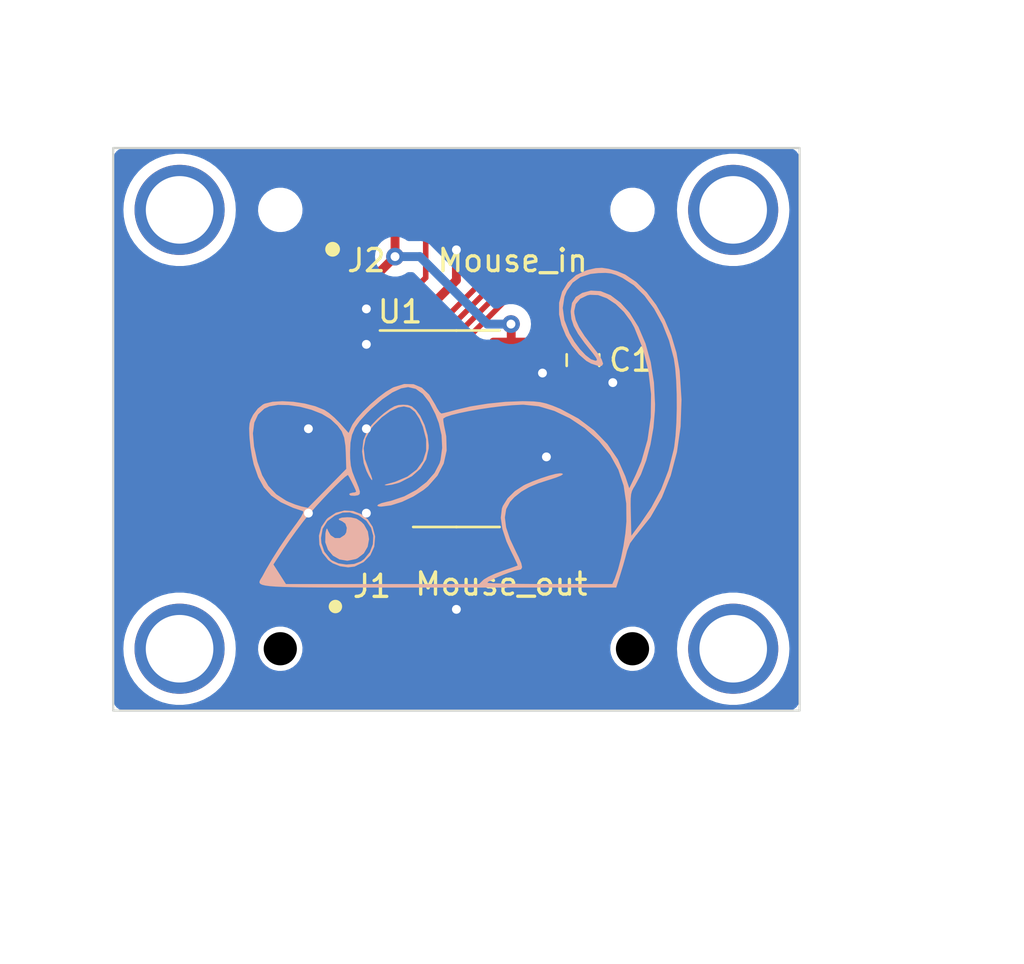
<source format=kicad_pcb>
(kicad_pcb (version 20221018) (generator pcbnew)
  (layers (0 "F.Cu" signal) (31 "B.Cu" signal) (34 "B.Paste" user) (35 "F.Paste" user) (36 "B.SilkS" user "B.Silkscreen") (37 "F.SilkS" user "F.Silkscreen") (38 "B.Mask" user) (39 "F.Mask" user) (44 "Edge.Cuts" user))
  (net 0 "")
  (net 1 "VCC")
  (net 2 "GND")
  (net 3 "/MOUSE_ID")
  (net 4 "/XDIR_OUT")
  (net 5 "/XMOVE_OUT")
  (net 7 "/BUTTON")
  (net 8 "/YDIR_OUT")
  (net 9 "/YMOVE_OUT")
  (net 10 "/XDIR_IN")
  (net 11 "/XMOVE_IN")
  (net 13 "/YDIR_IN")
  (net 14 "/YMOVE_IN")
  (footprint "localfootprints:SOIC-14_3.9x8.7mm_P1.27mm" (layer "F.Cu") (at 50.8 66.0146)
    (fp_text reference "U1" (at -2.54 -5.28) (layer "F.SilkS"))
    (fp_text value "74LS125")
    (fp_line (start 0 -4.435) (end -3.45 -4.435) (stroke (width 0.12)) (layer "F.SilkS"))
    (fp_line (start 0 -4.435) (end 1.95 -4.435) (stroke (width 0.12)) (layer "F.SilkS"))
    (fp_line (start 0 4.435) (end -1.95 4.435) (stroke (width 0.12)) (layer "F.SilkS"))
    (fp_line (start 0 4.435) (end 1.95 4.435) (stroke (width 0.12)) (layer "F.SilkS"))
    (pad "1" smd roundrect (at -2.475 -3.81) (size 1.95 0.6) (layers "F.Cu" "F.Paste" "F.Mask") (net 2 "GND"))
    (pad "2" smd roundrect (at -2.475 -2.54) (size 1.95 0.6) (layers "F.Cu" "F.Paste" "F.Mask") (net 13 "/YDIR_IN"))
    (pad "3" smd roundrect (at -2.475 -1.27) (size 1.95 0.6) (layers "F.Cu" "F.Paste" "F.Mask") (net 8 "/YDIR_OUT"))
    (pad "4" smd roundrect (at -2.475 0) (size 1.95 0.6) (layers "F.Cu" "F.Paste" "F.Mask") (net 2 "GND"))
    (pad "5" smd roundrect (at -2.475 1.27) (size 1.95 0.6) (layers "F.Cu" "F.Paste" "F.Mask") (net 10 "/XDIR_IN"))
    (pad "6" smd roundrect (at -2.475 2.54) (size 1.95 0.6) (layers "F.Cu" "F.Paste" "F.Mask") (net 4 "/XDIR_OUT"))
    (pad "7" smd roundrect (at -2.475 3.81) (size 1.95 0.6) (layers "F.Cu" "F.Paste" "F.Mask") (net 2 "GND"))
    (pad "8" smd roundrect (at 2.475 3.81) (size 1.95 0.6) (layers "F.Cu" "F.Paste" "F.Mask") (net 9 "/YMOVE_OUT"))
    (pad "9" smd roundrect (at 2.475 2.54) (size 1.95 0.6) (layers "F.Cu" "F.Paste" "F.Mask") (net 14 "/YMOVE_IN"))
    (pad "10" smd roundrect (at 2.475 1.27) (size 1.95 0.6) (layers "F.Cu" "F.Paste" "F.Mask") (net 2 "GND"))
    (pad "11" smd roundrect (at 2.475 0) (size 1.95 0.6) (layers "F.Cu" "F.Paste" "F.Mask") (net 5 "/XMOVE_OUT"))
    (pad "12" smd roundrect (at 2.475 -1.27) (size 1.95 0.6) (layers "F.Cu" "F.Paste" "F.Mask") (net 11 "/XMOVE_IN"))
    (pad "13" smd roundrect (at 2.475 -2.54) (size 1.95 0.6) (layers "F.Cu" "F.Paste" "F.Mask") (net 2 "GND"))
    (pad "14" smd roundrect (at 2.475 -3.81) (size 1.95 0.6) (layers "F.Cu" "F.Paste" "F.Mask") (net 1 "VCC"))
  )
  (footprint "localfootprints:CONN_SOCKET_190-009-263R001" (layer "F.Cu") (at 50.8 56.134)
    (fp_text reference "J2" (at -4.064 2.286) (layer "F.SilkS"))
    (fp_text value "Mouse_in" (at 2.54 2.286) (layer "F.SilkS"))
    (fp_circle (center -5.588 1.778) (end -5.304019 1.778) (stroke (width 0.1)) (fill solid) (layer "F.SilkS"))
    (pad "" np_thru_hole circle (at -7.95 0) (size 1.5 1.5) (drill 1.5) (layers "*.Cu" "*.Mask"))
    (pad "" np_thru_hole circle (at 7.95 0) (size 1.5 1.5) (drill 1.5) (layers "*.Cu" "*.Mask"))
    (pad "1" smd rect (at -5.54 -0.65) (size 0.8 3.7) (layers "F.Cu" "F.Paste" "F.Mask") (net 3 "/MOUSE_ID"))
    (pad "2" smd rect (at -2.77 -0.65) (size 0.8 3.7) (layers "F.Cu" "F.Paste" "F.Mask") (net 1 "VCC"))
    (pad "3" smd rect (at 0 -0.65) (size 0.8 3.7) (layers "F.Cu" "F.Paste" "F.Mask") (net 2 "GND"))
    (pad "4" smd rect (at 2.77 -0.65) (size 0.8 3.7) (layers "F.Cu" "F.Paste" "F.Mask") (net 10 "/XDIR_IN"))
    (pad "5" smd rect (at 5.54 -0.65) (size 0.8 3.7) (layers "F.Cu" "F.Paste" "F.Mask") (net 11 "/XMOVE_IN"))
    (pad "6" smd rect (at -4.155 -0.65) (size 0.8 3.7) (layers "F.Cu" "F.Paste" "F.Mask"))
    (pad "7" smd rect (at -1.385 -0.65) (size 0.8 3.7) (layers "F.Cu" "F.Paste" "F.Mask") (net 7 "/BUTTON"))
    (pad "8" smd rect (at 1.385 -0.65) (size 0.8 3.7) (layers "F.Cu" "F.Paste" "F.Mask") (net 13 "/YDIR_IN"))
    (pad "9" smd rect (at 4.155 -0.65) (size 0.8 3.7) (layers "F.Cu" "F.Paste" "F.Mask") (net 14 "/YMOVE_IN"))
    (pad "S1" thru_hole circle (at -12.495 0) (size 4.066 4.066) (drill 3.05) (layers "*.Cu" "*.Mask"))
    (pad "S2" thru_hole circle (at 12.495 0) (size 4.066 4.066) (drill 3.05) (layers "*.Cu" "*.Mask"))
  )
  (footprint "localfootprints:C_0805_2012Metric_Pad1.18x1.45mm_HandSolder" (layer "F.Cu") (at 56.515 62.9158 -90)
    (fp_text reference "C1" (at 0 -2.159) (layer "F.SilkS"))
    (fp_text value "100nF")
    (fp_line (start -0.261252 -0.735) (end 0.261252 -0.735) (stroke (width 0.12)) (layer "F.SilkS"))
    (fp_line (start -0.261252 0.735) (end 0.261252 0.735) (stroke (width 0.12)) (layer "F.SilkS"))
    (pad "1" smd roundrect (at -1.0375 0 270) (size 1.175 1.45) (layers "F.Cu" "F.Paste" "F.Mask") (roundrect_rratio 0.2127659574) (net 1 "VCC"))
    (pad "2" smd roundrect (at 1.0375 0 270) (size 1.175 1.45) (layers "F.Cu" "F.Paste" "F.Mask") (roundrect_rratio 0.2127659574) (net 2 "GND"))
  )
  (footprint "localfootprints:CONN_PLUG_190-009-163R001_NRC" (layer "F.Cu") (at 50.8 75.946 180)
    (fp_text reference "J1" (at 3.81 2.8194 unlocked) (layer "F.SilkS"))
    (fp_text value "Mouse_out" (at -2.032 2.921 unlocked) (layer "F.SilkS"))
    (fp_circle (center 5.461 1.905) (end 5.715 1.905) (stroke (width 0.1)) (fill solid) (layer "F.SilkS"))
    (pad "" thru_hole circle (at -12.4968 0 180) (size 4.066 4.066) (drill 3.05) (layers "*.Cu" "*.Mask"))
    (pad "" np_thru_hole circle (at -7.9502 0 180) (size 1.4986 1.4986) (drill 1.4986) (layers))
    (pad "" np_thru_hole circle (at 7.9502 0 180) (size 1.4986 1.4986) (drill 1.4986) (layers))
    (pad "" thru_hole circle (at 12.4968 0 180) (size 4.066 4.066) (drill 3.05) (layers "*.Cu" "*.Mask"))
    (pad "1" smd rect (at 5.5372 -0.6604 180) (size 0.8128 3.7084) (layers "F.Cu" "F.Paste" "F.Mask") (net 3 "/MOUSE_ID"))
    (pad "2" smd rect (at 2.7686 -0.6604 180) (size 0.8128 3.7084) (layers "F.Cu" "F.Paste" "F.Mask") (net 1 "VCC"))
    (pad "3" smd rect (at 0 -0.6604 180) (size 0.8128 3.7084) (layers "F.Cu" "F.Paste" "F.Mask") (net 2 "GND"))
    (pad "4" smd rect (at -2.7686 -0.6604 180) (size 0.8128 3.7084) (layers "F.Cu" "F.Paste" "F.Mask") (net 4 "/XDIR_OUT"))
    (pad "5" smd rect (at -5.5372 -0.6604 180) (size 0.8128 3.7084) (layers "F.Cu" "F.Paste" "F.Mask") (net 5 "/XMOVE_OUT"))
    (pad "6" smd rect (at 4.1529 -0.6604 180) (size 0.8128 3.7084) (layers "F.Cu" "F.Paste" "F.Mask"))
    (pad "7" smd rect (at 1.3843 -0.6604 180) (size 0.8128 3.7084) (layers "F.Cu" "F.Paste" "F.Mask") (net 7 "/BUTTON"))
    (pad "8" smd rect (at -1.3843 -0.6604 180) (size 0.8128 3.7084) (layers "F.Cu" "F.Paste" "F.Mask") (net 8 "/YDIR_OUT"))
    (pad "9" smd rect (at -4.1529 -0.6604 180) (size 0.8128 3.7084) (layers "F.Cu" "F.Paste" "F.Mask") (net 9 "/YMOVE_OUT"))
  )
  (footprint "localfootprints:Mouse+" (layer "B.Cu") (at 50.8 66.04 180)
    (fp_text reference "Logo1" hide)
    (fp_text value "Mouse-" hide)
    (fp_poly (pts (xy 5.168989 -3.986057) (xy 5.300356 -4.029845) (xy 5.305537 -4.087913) (xy 5.16863 -4.14806) (xy 5.162989 -4.149553) (xy 5.013179 -4.259224) (xy 4.946892 -4.449198) (xy 4.976064 -4.658084) (xy 5.043207 -4.765698) (xy 5.257532 -4.908081) (xy 5.482782 -4.908923) (xy 5.67909 -4.777091) (xy 5.781466 -4.601509) (xy 5.831322 -4.485838) (xy 5.864194 -4.491003) (xy 5.89947 -4.632349) (xy 5.913955 -4.706378) (xy 5.920727 -5.099374) (xy 5.798988 -5.438809) (xy 5.57488 -5.704626) (xy 5.274545 -5.876772) (xy 4.924122 -5.935192) (xy 4.549754 -5.85983) (xy 4.461451 -5.820697) (xy 4.178329 -5.601758) (xy 4.00389 -5.301737) (xy 3.941994 -4.958771) (xy 3.996499 -4.610997) (xy 4.171263 -4.296555) (xy 4.294662 -4.172289) (xy 4.508866 -4.033287) (xy 4.756976 -3.975256) (xy 4.92734 -3.96875)) (fill solid) (layer "B.SilkS"))
    (fp_poly (pts (xy 5.44229 -3.766202) (xy 5.801294 -4.002072) (xy 5.860855 -4.059637) (xy 6.099526 -4.407379) (xy 6.206417 -4.800879) (xy 6.186356 -5.20503) (xy 6.044172 -5.584722) (xy 5.784693 -5.904845) (xy 5.58764 -6.046347) (xy 5.25103 -6.181333) (xy 4.888813 -6.233125) (xy 4.596889 -6.197241) (xy 4.185444 -5.99314) (xy 3.883881 -5.686137) (xy 3.706768 -5.297872) (xy 3.668673 -4.849986) (xy 3.6711 -4.821965) (xy 3.67428 -4.809722) (xy 3.754016 -4.809722) (xy 3.771544 -5.186535) (xy 3.906982 -5.544761) (xy 4.161671 -5.851761) (xy 4.310406 -5.961291) (xy 4.613016 -6.076208) (xy 4.972599 -6.104599) (xy 5.328715 -6.050542) (xy 5.620928 -5.918114) (xy 5.681767 -5.868763) (xy 5.96073 -5.523764) (xy 6.094787 -5.13398) (xy 6.111578 -4.905348) (xy 6.038047 -4.492225) (xy 5.825691 -4.149054) (xy 5.485707 -3.893884) (xy 5.48315 -3.892576) (xy 5.134014 -3.75971) (xy 4.811225 -3.750656) (xy 4.456522 -3.865499) (xy 4.395456 -3.894146) (xy 4.067315 -4.130888) (xy 3.853053 -4.44696) (xy 3.754016 -4.809722) (xy 3.67428 -4.809722) (xy 3.780547 -4.400639) (xy 4.001674 -4.064447) (xy 4.306447 -3.823147) (xy 4.666831 -3.686499) (xy 5.05479 -3.664264)) (fill solid) (layer "B.SilkS"))
    (fp_poly (pts (xy 2.615969 1.097083) (xy 2.79969 1.040245) (xy 3.008022 0.919238) (xy 3.269731 0.727519) (xy 3.552159 0.48385) (xy 3.815981 0.210293) (xy 4.005155 -0.034909) (xy 4.008437 -0.040163) (xy 4.19872 -0.492008) (xy 4.25729 -0.999963) (xy 4.183252 -1.530205) (xy 4.057194 -1.885156) (xy 3.945473 -2.110236) (xy 3.85023 -2.261547) (xy 3.803877 -2.301875) (xy 3.798601 -2.237386) (xy 3.852175 -2.070116) (xy 3.930744 -1.8857) (xy 4.128492 -1.340676) (xy 4.184038 -0.852874) (xy 4.095782 -0.405806) (xy 3.862123 0.017014) (xy 3.730164 0.180122) (xy 3.360843 0.545238) (xy 2.983302 0.820606) (xy 2.626571 0.987983) (xy 2.374697 1.031875) (xy 2.105948 0.973407) (xy 1.873474 0.789921) (xy 1.665873 0.469298) (xy 1.514291 0.117324) (xy 1.366399 -0.454116) (xy 1.366243 -0.971698) (xy 1.509971 -1.428721) (xy 1.793734 -1.818484) (xy 2.213682 -2.134284) (xy 2.765965 -2.369418) (xy 2.976562 -2.428158) (xy 3.185292 -2.484489) (xy 3.247338 -2.516064) (xy 3.171798 -2.528693) (xy 3.135312 -2.529536) (xy 2.915042 -2.501905) (xy 2.641003 -2.428775) (xy 2.534874 -2.390795) (xy 2.010018 -2.119888) (xy 1.618049 -1.772813) (xy 1.363746 -1.355751) (xy 1.251888 -0.874885) (xy 1.246774 -0.724514) (xy 1.298554 -0.273551) (xy 1.433313 0.189619) (xy 1.6294 0.605017) (xy 1.822057 0.869307) (xy 2.003804 1.029649) (xy 2.197514 1.098965) (xy 2.408609 1.11125)) (fill solid) (layer "B.SilkS"))
    (fp_poly (pts (xy -6.28916 7.276679) (xy -5.965238 7.203184) (xy -5.868313 7.175312) (xy -5.398483 6.960313) (xy -5.028752 6.632417) (xy -4.770879 6.210624) (xy -4.636619 5.713936) (xy -4.635161 5.1824) (xy -4.7431 4.709674) (xy -4.944003 4.227417) (xy -5.214247 3.771814) (xy -5.530209 3.379047) (xy -5.868263 3.085301) (xy -6.081065 2.967739) (xy -6.385498 2.864829) (xy -6.566706 2.861923) (xy -6.62468 2.958929) (xy -6.559415 3.155757) (xy -6.370901 3.452315) (xy -6.147259 3.74181) (xy -5.790227 4.205886) (xy -5.542575 4.592322) (xy -5.391831 4.925236) (xy -5.325523 5.228743) (xy -5.319869 5.341759) (xy -5.389956 5.652312) (xy -5.592413 5.89275) (xy -5.909645 6.045029) (xy -6.032131 6.072126) (xy -6.400994 6.058653) (xy -6.795142 5.912903) (xy -7.189751 5.653232) (xy -7.559997 5.297996) (xy -7.881056 4.865551) (xy -8.031471 4.593723) (xy -8.416206 3.637201) (xy -8.668463 2.626937) (xy -8.787953 1.587643) (xy -8.774388 0.544031) (xy -8.627479 -0.479189) (xy -8.346938 -1.457304) (xy -8.108723 -2.024062) (xy -7.805562 -2.659062) (xy -7.624931 -2.117259) (xy -7.290877 -1.36196) (xy -6.818529 -0.668158) (xy -6.220501 -0.048081) (xy -5.50941 0.486043) (xy -4.69787 0.921988) (xy -4.335714 1.070758) (xy -4.05178 1.167114) (xy -3.786394 1.227132) (xy -3.48552 1.258666) (xy -3.095123 1.269573) (xy -2.965094 1.27) (xy -2.210192 1.240887) (xy -1.414278 1.159335) (xy -0.643049 1.034033) (xy 0.037796 0.873664) (xy 0.042219 0.872401) (xy 0.325669 0.794551) (xy 0.552534 0.738119) (xy 0.676757 0.714506) (xy 0.68071 0.714376) (xy 0.759265 0.780512) (xy 0.870177 0.950712) (xy 0.950424 1.106819) (xy 1.227177 1.566461) (xy 1.555569 1.876957) (xy 1.932949 2.037267) (xy 2.356667 2.046351) (xy 2.824071 1.903169) (xy 2.895055 1.869833) (xy 3.192325 1.69082) (xy 3.534558 1.43259) (xy 3.888346 1.126377) (xy 4.220283 0.803414) (xy 4.496965 0.494933) (xy 4.684984 0.232167) (xy 4.721083 0.162585) (xy 4.867373 -0.16183) (xy 5.260505 0.279254) (xy 5.502584 0.524796) (xy 5.755602 0.740437) (xy 5.959632 0.876445) (xy 6.371683 1.042286) (xy 6.851951 1.165526) (xy 7.360045 1.242577) (xy 7.855573 1.269847) (xy 8.298146 1.243748) (xy 8.647371 1.160688) (xy 8.730509 1.122733) (xy 8.964686 0.93628) (xy 9.17032 0.667229) (xy 9.193251 0.626639) (xy 9.286253 0.435886) (xy 9.337974 0.259822) (xy 9.355638 0.047262) (xy 9.346468 -0.252979) (xy 9.337698 -0.396875) (xy 9.296803 -0.797331) (xy 9.230152 -1.218468) (xy 9.151576 -1.574058) (xy 9.145144 -1.59725) (xy 8.946162 -2.166042) (xy 8.691905 -2.624252) (xy 8.360377 -2.99266) (xy 7.929581 -3.292045) (xy 7.377521 -3.543186) (xy 6.922738 -3.696672) (xy 6.917017 -3.771383) (xy 7.014166 -3.953841) (xy 7.209207 -4.235304) (xy 7.292549 -4.346253) (xy 7.632464 -4.813285) (xy 7.984589 -5.333899) (xy 8.317057 -5.85855) (xy 8.598004 -6.337694) (xy 8.719652 -6.565119) (xy 8.772581 -6.658888) (xy 8.82437 -6.742025) (xy 8.866372 -6.815166) (xy 8.889942 -6.878944) (xy 8.886432 -6.933995) (xy 8.847195 -6.980954) (xy 8.763584 -7.020454) (xy 8.626953 -7.053131) (xy 8.428654 -7.07962) (xy 8.160041 -7.100554) (xy 7.812468 -7.11657) (xy 7.377286 -7.128301) (xy 6.84585 -7.136383) (xy 6.209512 -7.141449) (xy 5.459626 -7.144135) (xy 4.587545 -7.145076) (xy 3.584621 -7.144906) (xy 2.442209 -7.14426) (xy 1.151661 -7.143772) (xy 0.83689 -7.14375) (xy -7.216219 -7.14375) (xy -7.420113 -6.498311) (xy -7.527591 -6.145169) (xy -7.626044 -5.799353) (xy -7.696858 -5.526668) (xy -7.705243 -5.49038) (xy -7.841146 -5.142304) (xy -8.103267 -4.789823) (xy -8.138292 -4.751772) (xy -8.763213 -3.968854) (xy -9.276564 -3.080166) (xy -9.675834 -2.095293) (xy -9.958514 -1.02382) (xy -10.122096 0.124667) (xy -10.150051 0.934507) (xy -9.947692 0.934507) (xy -9.930382 0.296346) (xy -9.893091 -0.286591) (xy -9.835851 -0.771769) (xy -9.813627 -0.897889) (xy -9.576542 -1.842226) (xy -9.242557 -2.709541) (xy -8.792281 -3.543032) (xy -8.308624 -4.250464) (xy -7.897813 -4.802187) (xy -7.883239 -4.167187) (xy -7.674694 -4.167187) (xy -7.62925 -4.690463) (xy -7.544321 -5.257366) (xy -7.430038 -5.819016) (xy -7.296533 -6.326529) (xy -7.153937 -6.731022) (xy -7.133868 -6.776555) (xy -7.038894 -6.985) (xy -4.247051 -6.985) (xy -3.596191 -6.983434) (xy -2.995924 -6.978985) (xy -2.46466 -6.972018) (xy -2.020807 -6.962903) (xy -1.682774 -6.952007) (xy -1.468969 -6.939698) (xy -1.398264 -6.928055) (xy -1.441541 -6.879136) (xy -1.597739 -6.793705) (xy -1.829723 -6.687069) (xy -2.100359 -6.574533) (xy -2.372513 -6.471403) (xy -2.609051 -6.392985) (xy -2.772837 -6.354585) (xy -2.793285 -6.353061) (xy -2.920996 -6.323048) (xy -2.967805 -6.228075) (xy -2.931643 -6.04928) (xy -2.810435 -5.767802) (xy -2.706357 -5.561591) (xy -2.417783 -4.946001) (xy -2.245669 -4.423725) (xy -2.189508 -3.980744) (xy -2.248796 -3.603035) (xy -2.423028 -3.276579) (xy -2.616555 -3.067928) (xy -2.93241 -2.815938) (xy -3.28109 -2.612855) (xy -3.707493 -2.435864) (xy -4.128461 -2.299594) (xy -4.495509 -2.181848) (xy -4.726874 -2.088749) (xy -4.817147 -2.023428) (xy -4.760916 -1.989015) (xy -4.673216 -1.984375) (xy -4.47211 -2.014432) (xy -4.171931 -2.09446) (xy -3.818352 -2.209242) (xy -3.457049 -2.343562) (xy -3.133696 -2.482204) (xy -3.03668 -2.529577) (xy -2.639506 -2.789006) (xy -2.31368 -3.112191) (xy -2.095741 -3.460306) (xy -2.053712 -3.574081) (xy -2.003821 -3.992849) (xy -2.074766 -4.495797) (xy -2.263378 -5.067981) (xy -2.461437 -5.497236) (xy -2.602008 -5.778849) (xy -2.706245 -6.000383) (xy -2.759134 -6.129287) (xy -2.761909 -6.148675) (xy -2.6814 -6.180366) (xy -2.485676 -6.250369) (xy -2.209928 -6.346204) (xy -2.06375 -6.39626) (xy -1.736073 -6.520931) (xy -1.448279 -6.653608) (xy -1.247989 -6.771539) (xy -1.206861 -6.805624) (xy -1.02466 -6.985) (xy 3.334918 -6.985) (xy 7.694496 -6.985) (xy 7.976728 -6.543801) (xy 8.258959 -6.102603) (xy 7.810361 -5.412707) (xy 7.550631 -5.030001) (xy 7.240988 -4.598477) (xy 6.933933 -4.190615) (xy 6.821833 -4.048125) (xy 6.596919 -3.77861) (xy 6.32809 -3.47432) (xy 6.035368 -3.155816) (xy 5.738776 -2.843662) (xy 5.458334 -2.55842) (xy 5.214064 -2.320655) (xy 5.025989 -2.150928) (xy 4.914129 -2.069803) (xy 4.893756 -2.067927) (xy 4.836451 -2.16117) (xy 4.743649 -2.337331) (xy 4.64257 -2.541379) (xy 4.560438 -2.718284) (xy 4.524473 -2.813018) (xy 4.524375 -2.81465) (xy 4.591117 -2.849515) (xy 4.683125 -2.8575) (xy 4.812072 -2.89282) (xy 4.841875 -2.941904) (xy 4.772831 -2.993335) (xy 4.60153 -3.00295) (xy 4.583906 -3.001435) (xy 4.440034 -2.977588) (xy 4.364209 -2.9225) (xy 4.356178 -2.809365) (xy 4.415688 -2.611378) (xy 4.542487 -2.301734) (xy 4.576567 -2.2225) (xy 4.69613 -1.914879) (xy 4.728013 -1.785937) (xy 4.972409 -1.785937) (xy 5.838923 -2.666207) (xy 6.705436 -3.546476) (xy 7.010126 -3.478017) (xy 7.268257 -3.398776) (xy 7.567254 -3.27793) (xy 7.688876 -3.220007) (xy 8.128844 -2.933724) (xy 8.485151 -2.556069) (xy 8.766756 -2.07186) (xy 8.982618 -1.465911) (xy 9.133676 -0.771239) (xy 9.184995 -0.184568) (xy 9.12382 0.296764) (xy 8.95128 0.66982) (xy 8.668507 0.931662) (xy 8.437593 1.037105) (xy 8.04913 1.103971) (xy 7.573396 1.093525) (xy 7.055797 1.015626) (xy 6.541738 0.88013) (xy 6.076623 0.696895) (xy 5.705859 0.47578) (xy 5.652259 0.432387) (xy 5.367067 0.163427) (xy 5.178474 -0.091821) (xy 5.066196 -0.379642) (xy 5.009947 -0.746322) (xy 4.993138 -1.071562) (xy 4.972409 -1.785937) (xy 4.728013 -1.785937) (xy 4.764436 -1.638637) (xy 4.794496 -1.324371) (xy 4.799766 -1.031875) (xy 4.781209 -0.606364) (xy 4.712845 -0.253094) (xy 4.576722 0.06426) (xy 4.354887 0.382024) (xy 4.029388 0.736523) (xy 3.829034 0.932329) (xy 3.345599 1.352292) (xy 2.895228 1.660349) (xy 2.493265 1.847458) (xy 2.178965 1.905) (xy 1.836377 1.826755) (xy 1.514941 1.594495) (xy 1.217821 1.211932) (xy 0.94818 0.682777) (xy 0.796032 0.282244) (xy 0.669968 -0.264402) (xy 0.642364 -0.837172) (xy 0.714446 -1.372515) (xy 0.760949 -1.531985) (xy 0.987689 -1.969515) (xy 1.346419 -2.377323) (xy 1.810712 -2.735963) (xy 2.35414 -3.025987) (xy 2.950277 -3.22795) (xy 3.115468 -3.264589) (xy 3.372475 -3.329304) (xy 3.530814 -3.396451) (xy 3.574932 -3.45332) (xy 3.489273 -3.487204) (xy 3.393281 -3.491557) (xy 2.950009 -3.432548) (xy 2.452089 -3.273768) (xy 1.947855 -3.03626) (xy 1.485643 -2.741066) (xy 1.275534 -2.569589) (xy 0.851719 -2.089554) (xy 0.571499 -1.546541) (xy 0.438683 -0.952818) (xy 0.457084 -0.320655) (xy 0.502582 -0.081186) (xy 0.558802 0.18751) (xy 0.58997 0.391796) (xy 0.58968 0.485364) (xy 0.473769 0.558674) (xy 0.226599 0.641755) (xy -0.124994 0.72998) (xy -0.554174 0.818722) (xy -1.034103 0.903354) (xy -1.537947 0.979248) (xy -2.038867 1.041777) (xy -2.510029 1.086315) (xy -2.924595 1.108233) (xy -3.031364 1.109701) (xy -3.717184 1.038086) (xy -4.424305 0.828729) (xy -5.125172 0.494935) (xy -5.792234 0.050007) (xy -6.397935 -0.492748) (xy -6.438795 -0.535621) (xy -6.941689 -1.157713) (xy -7.310005 -1.822096) (xy -7.550024 -2.547225) (xy -7.668025 -3.351556) (xy -7.674694 -4.167187) (xy -7.883239 -4.167187) (xy -7.875542 -3.831809) (xy -7.867969 -3.420022) (xy -7.870796 -3.131798) (xy -7.88893 -2.932045) (xy -7.927276 -2.785671) (xy -7.990742 -2.657584) (xy -8.053529 -2.558822) (xy -8.332369 -2.040739) (xy -8.571999 -1.403972) (xy -8.763203 -0.685731) (xy -8.896766 0.076779) (xy -8.963472 0.846349) (xy -8.969375 1.138823) (xy -8.919414 2.115413) (xy -8.77351 3.033581) (xy -8.537638 3.875772) (xy -8.217769 4.624432) (xy -7.819877 5.262007) (xy -7.412394 5.714978) (xy -6.961208 6.055248) (xy -6.515208 6.237926) (xy -6.070839 6.263924) (xy -5.683137 6.159948) (xy -5.389862 5.975046) (xy -5.219467 5.706751) (xy -5.159741 5.33495) (xy -5.159375 5.297302) (xy -5.191461 4.981515) (xy -5.297021 4.662116) (xy -5.490012 4.311034) (xy -5.784389 3.900193) (xy -5.967792 3.671094) (xy -6.184521 3.401278) (xy -6.306922 3.229708) (xy -6.345952 3.135816) (xy -6.312567 3.099035) (xy -6.27435 3.095625) (xy -6.076895 3.162749) (xy -5.836681 3.345991) (xy -5.579237 3.618155) (xy -5.33009 3.952046) (xy -5.114768 4.320469) (xy -5.103592 4.342855) (xy -4.876715 4.933483) (xy -4.801913 5.480502) (xy -4.879089 5.985527) (xy -4.988703 6.250693) (xy -5.250086 6.61875) (xy -5.601558 6.870573) (xy -6.057075 7.014055) (xy -6.406463 7.052512) (xy -6.73558 7.061129) (xy -6.978877 7.037349) (xy -7.208266 6.966715) (xy -7.495661 6.83477) (xy -7.499856 6.832706) (xy -8.012632 6.498973) (xy -8.492239 6.028465) (xy -8.925512 5.441895) (xy -9.299284 4.759971) (xy -9.600388 4.003406) (xy -9.815658 3.19291) (xy -9.816526 3.188608) (xy -9.879439 2.75494) (xy -9.922251 2.206341) (xy -9.944992 1.585351) (xy -9.947692 0.934507) (xy -10.150051 0.934507) (xy -10.164069 1.340582) (xy -10.081925 2.614341) (xy -10.077283 2.655387) (xy -9.935187 3.460476) (xy -9.703372 4.235423) (xy -9.39388 4.96109) (xy -9.018753 5.618341) (xy -8.590031 6.188039) (xy -8.119757 6.651049) (xy -7.619971 6.988234) (xy -7.255206 7.140328) (xy -6.871318 7.246836) (xy -6.570245 7.291758)) (fill solid) (layer "B.SilkS"))
  )
  (gr_rect (start 35.306 53.34) (end 66.294 78.74) (stroke (width 0.1)) (fill none) (layer "Edge.Cuts"))
  (segment (start 56.515 61.8783) (end 54.9617 61.8783) (width 0.4) (layer "F.Cu") (net 1))
  (segment (start 44.8564 73.7362) (end 42.5958 71.4756) (width 0.4) (layer "F.Cu") (net 1))
  (segment (start 48.0314 76.6064) (end 48.0314 74.3204) (width 0.4) (layer "F.Cu") (net 1))
  (segment (start 42.5958 61.341) (end 45.0342 58.9026) (width 0.4) (layer "F.Cu") (net 1))
  (segment (start 53.275 61.3014) (end 53.2638 61.2902) (width 0.4) (layer "F.Cu") (net 1))
  (segment (start 48.0314 74.3204) (end 47.4472 73.7362) (width 0.4) (layer "F.Cu") (net 1))
  (segment (start 47.4472 73.7362) (end 44.8564 73.7362) (width 0.4) (layer "F.Cu") (net 1))
  (segment (start 47.371 58.9026) (end 48.03 58.2436) (width 0.4) (layer "F.Cu") (net 1))
  (segment (start 48.03 58.2436) (end 48.03 55.484) (width 0.4) (layer "F.Cu") (net 1))
  (segment (start 54.9617 61.8783) (end 54.6354 62.2046) (width 0.4) (layer "F.Cu") (net 1))
  (segment (start 53.275 62.2046) (end 53.275 61.3014) (width 0.4) (layer "F.Cu") (net 1))
  (segment (start 45.0342 58.9026) (end 47.371 58.9026) (width 0.4) (layer "F.Cu") (net 1))
  (segment (start 53.275 62.2046) (end 54.6354 62.2046) (width 0.4) (layer "F.Cu") (net 1))
  (segment (start 42.5958 71.4756) (end 42.5958 61.341) (width 0.4) (layer "F.Cu") (net 1))
  (via (at 48.03 58.2436) (size 0.8) (drill 0.4) (layers "F.Cu" "B.Cu") (net 1))
  (via (at 53.2638 61.2902) (size 0.8) (drill 0.4) (layers "F.Cu" "B.Cu") (net 1))
  (segment (start 53.2638 61.2902) (end 52.197 61.2902) (width 0.4) (layer "B.Cu") (net 1))
  (segment (start 49.1504 58.2436) (end 48.03 58.2436) (width 0.4) (layer "B.Cu") (net 1))
  (segment (start 52.197 61.2902) (end 49.1504 58.2436) (width 0.4) (layer "B.Cu") (net 1))
  (segment (start 50.8 57.9374) (end 50.8 59.309) (width 0.4) (layer "F.Cu") (net 2))
  (segment (start 45.5676 72.0852) (end 44.1198 70.6374) (width 0.4) (layer "F.Cu") (net 2))
  (segment (start 54.6862 63.5) (end 54.6862 63.5254) (width 0.4) (layer "F.Cu") (net 2))
  (segment (start 46.736 60.6044) (end 46.736 62.2046) (width 0.4) (layer "F.Cu") (net 2))
  (segment (start 54.6862 63.5254) (end 55.1141 63.9533) (width 0.4) (layer "F.Cu") (net 2))
  (segment (start 53.275 67.2846) (end 54.864 67.2846) (width 0.4) (layer "F.Cu") (net 2))
  (segment (start 50.8 72.8472) (end 50.038 72.0852) (width 0.4) (layer "F.Cu") (net 2))
  (segment (start 48.325 62.2046) (end 46.736 62.2046) (width 0.4) (layer "F.Cu") (net 2))
  (segment (start 44.1198 69.8246) (end 44.1198 66.0146) (width 0.4) (layer "F.Cu") (net 2))
  (segment (start 50.038 72.0852) (end 45.5676 72.0852) (width 0.4) (layer "F.Cu") (net 2))
  (segment (start 49.5046 60.6044) (end 46.736 60.6044) (width 0.4) (layer "F.Cu") (net 2))
  (segment (start 44.1198 66.0146) (end 44.1198 62.2554) (width 0.4) (layer "F.Cu") (net 2))
  (segment (start 50.8 76.6064) (end 50.8 74.168) (width 0.4) (layer "F.Cu") (net 2))
  (segment (start 50.8 57.9374) (end 50.8 55.484) (width 0.4) (layer "F.Cu") (net 2))
  (segment (start 44.1198 70.6374) (end 44.1198 69.8246) (width 0.4) (layer "F.Cu") (net 2))
  (segment (start 55.1141 63.9533) (end 56.515 63.9533) (width 0.4) (layer "F.Cu") (net 2))
  (segment (start 48.325 66.0146) (end 46.736 66.0146) (width 0.4) (layer "F.Cu") (net 2))
  (segment (start 54.6608 63.5) (end 54.6862 63.5) (width 0.4) (layer "F.Cu") (net 2))
  (segment (start 50.8 59.309) (end 49.5046 60.6044) (width 0.4) (layer "F.Cu") (net 2))
  (segment (start 45.7708 60.6044) (end 46.736 60.6044) (width 0.4) (layer "F.Cu") (net 2))
  (segment (start 57.8397 63.9533) (end 57.8612 63.9318) (width 0.4) (layer "F.Cu") (net 2))
  (segment (start 53.275 63.4746) (end 54.6354 63.4746) (width 0.4) (layer "F.Cu") (net 2))
  (segment (start 44.1198 62.2554) (end 45.7708 60.6044) (width 0.4) (layer "F.Cu") (net 2))
  (segment (start 50.8 74.168) (end 50.8 72.8472) (width 0.4) (layer "F.Cu") (net 2))
  (segment (start 54.6354 63.4746) (end 54.6608 63.5) (width 0.4) (layer "F.Cu") (net 2))
  (segment (start 48.325 69.8246) (end 46.736 69.8246) (width 0.4) (layer "F.Cu") (net 2))
  (segment (start 56.515 63.9533) (end 57.8397 63.9533) (width 0.4) (layer "F.Cu") (net 2))
  (via (at 44.1198 69.8246) (size 0.8) (drill 0.4) (layers "F.Cu" "B.Cu") (net 2))
  (via (at 46.736 69.8246) (size 0.8) (drill 0.4) (layers "F.Cu" "B.Cu") (net 2))
  (via (at 46.736 66.0146) (size 0.8) (drill 0.4) (layers "F.Cu" "B.Cu") (net 2))
  (via (at 54.6862 63.5) (size 0.8) (drill 0.4) (layers "F.Cu" "B.Cu") (net 2))
  (via (at 46.736 62.2046) (size 0.8) (drill 0.4) (layers "F.Cu" "B.Cu") (net 2))
  (via (at 54.864 67.2846) (size 0.8) (drill 0.4) (layers "F.Cu" "B.Cu") (net 2))
  (via (at 50.8 57.9374) (size 0.8) (drill 0.4) (layers "F.Cu" "B.Cu") (net 2))
  (via (at 57.8612 63.9318) (size 0.8) (drill 0.4) (layers "F.Cu" "B.Cu") (net 2))
  (via (at 44.1198 66.0146) (size 0.8) (drill 0.4) (layers "F.Cu" "B.Cu") (net 2))
  (via (at 46.736 60.6044) (size 0.8) (drill 0.4) (layers "F.Cu" "B.Cu") (net 2))
  (via (at 50.8 74.168) (size 0.8) (drill 0.4) (layers "F.Cu" "B.Cu") (net 2))
  (segment (start 57.4294 63.5) (end 57.8612 63.9318) (width 0.4) (layer "B.Cu") (net 2))
  (segment (start 54.6862 65.7352) (end 54.864 65.913) (width 0.4) (layer "B.Cu") (net 2))
  (segment (start 46.736 69.8246) (end 44.1198 69.8246) (width 0.4) (layer "B.Cu") (net 2))
  (segment (start 50.8 74.168) (end 50.8 69.8246) (width 0.4) (layer "B.Cu") (net 2))
  (segment (start 50.8 69.8246) (end 53.6702 69.8246) (width 0.4) (layer "B.Cu") (net 2))
  (segment (start 54.6862 63.5) (end 57.4294 63.5) (width 0.4) (layer "B.Cu") (net 2))
  (segment (start 46.736 62.2046) (end 46.736 66.0146) (width 0.4) (layer "B.Cu") (net 2))
  (segment (start 46.736 66.0146) (end 46.736 69.8246) (width 0.4) (layer "B.Cu") (net 2))
  (segment (start 54.6862 63.5) (end 54.6862 65.7352) (width 0.4) (layer "B.Cu") (net 2))
  (segment (start 54.864 67.2846) (end 54.864 65.913) (width 0.4) (layer "B.Cu") (net 2))
  (segment (start 46.736 69.8246) (end 50.8 69.8246) (width 0.4) (layer "B.Cu") (net 2))
  (segment (start 54.864 68.6308) (end 54.864 67.2846) (width 0.4) (layer "B.Cu") (net 2))
  (segment (start 46.736 66.0146) (end 44.1198 66.0146) (width 0.4) (layer "B.Cu") (net 2))
  (segment (start 53.6702 69.8246) (end 54.864 68.6308) (width 0.4) (layer "B.Cu") (net 2))
  (segment (start 41.91 60.9854) (end 45.26 57.6354) (width 0.25) (layer "F.Cu") (net 3))
  (segment (start 41.91 71.8566) (end 41.91 60.9854) (width 0.25) (layer "F.Cu") (net 3))
  (segment (start 45.2628 75.2094) (end 41.91 71.8566) (width 0.25) (layer "F.Cu") (net 3))
  (segment (start 45.2628 76.6064) (end 45.2628 75.2094) (width 0.25) (layer "F.Cu") (net 3))
  (segment (start 45.26 57.6354) (end 45.26 55.484) (width 0.25) (layer "F.Cu") (net 3))
  (segment (start 45.5604 70.1984) (end 46.2026 70.8406) (width 0.25) (layer "F.Cu") (net 4))
  (segment (start 51.5366 70.8406) (end 53.5686 72.8726) (width 0.25) (layer "F.Cu") (net 4))
  (segment (start 48.325 68.5546) (end 46.0756 68.5546) (width 0.25) (layer "F.Cu") (net 4))
  (segment (start 45.5604 69.0698) (end 45.5604 70.1984) (width 0.25) (layer "F.Cu") (net 4))
  (segment (start 46.0756 68.5546) (end 45.5604 69.0698) (width 0.25) (layer "F.Cu") (net 4))
  (segment (start 53.5686 72.8726) (end 53.5686 76.6064) (width 0.25) (layer "F.Cu") (net 4))
  (segment (start 46.2026 70.8406) (end 51.5366 70.8406) (width 0.25) (layer "F.Cu") (net 4))
  (segment (start 56.3372 67.056) (end 55.2958 66.0146) (width 0.25) (layer "F.Cu") (net 5))
  (segment (start 56.3372 76.6064) (end 56.3372 67.056) (width 0.25) (layer "F.Cu") (net 5))
  (segment (start 55.2958 66.0146) (end 53.275 66.0146) (width 0.25) (layer "F.Cu") (net 5))
  (segment (start 48.9712 59.6392) (end 49.415 59.1954) (width 0.25) (layer "F.Cu") (net 7))
  (segment (start 49.4157 73.7489) (end 48.641 72.9742) (width 0.25) (layer "F.Cu") (net 7))
  (segment (start 43.3324 71.0692) (end 43.3324 61.6712) (width 0.25) (layer "F.Cu") (net 7))
  (segment (start 49.415 59.1954) (end 49.415 55.484) (width 0.25) (layer "F.Cu") (net 7))
  (segment (start 45.2374 72.9742) (end 43.3324 71.0692) (width 0.25) (layer "F.Cu") (net 7))
  (segment (start 43.3324 61.6712) (end 45.3644 59.6392) (width 0.25) (layer "F.Cu") (net 7))
  (segment (start 45.3644 59.6392) (end 48.9712 59.6392) (width 0.25) (layer "F.Cu") (net 7))
  (segment (start 48.641 72.9742) (end 45.2374 72.9742) (width 0.25) (layer "F.Cu") (net 7))
  (segment (start 49.4157 76.6064) (end 49.4157 73.7489) (width 0.25) (layer "F.Cu") (net 7))
  (segment (start 51.350204 71.2906) (end 45.9922 71.2906) (width 0.25) (layer "F.Cu") (net 8))
  (segment (start 52.1843 72.124696) (end 51.350204 71.2906) (width 0.25) (layer "F.Cu") (net 8))
  (segment (start 45.1104 65.2526) (end 45.6184 64.7446) (width 0.25) (layer "F.Cu") (net 8))
  (segment (start 45.9922 71.2906) (end 45.1104 70.4088) (width 0.25) (layer "F.Cu") (net 8))
  (segment (start 45.1104 70.4088) (end 45.1104 65.2526) (width 0.25) (layer "F.Cu") (net 8))
  (segment (start 52.1843 76.6064) (end 52.1843 72.124696) (width 0.25) (layer "F.Cu") (net 8))
  (segment (start 45.6184 64.7446) (end 48.325 64.7446) (width 0.25) (layer "F.Cu") (net 8))
  (segment (start 54.9529 76.6064) (end 54.9529 70.2945) (width 0.25) (layer "F.Cu") (net 9))
  (segment (start 54.9529 70.2945) (end 54.483 69.8246) (width 0.25) (layer "F.Cu") (net 9))
  (segment (start 54.483 69.8246) (end 53.275 69.8246) (width 0.25) (layer "F.Cu") (net 9))
  (segment (start 50.5786 61.381808) (end 50.5786 66.7694) (width 0.25) (layer "F.Cu") (net 10))
  (segment (start 50.0634 67.2846) (end 48.325 67.2846) (width 0.25) (layer "F.Cu") (net 10))
  (segment (start 53.57 55.484) (end 53.57 58.390408) (width 0.25) (layer "F.Cu") (net 10))
  (segment (start 50.5786 66.7694) (end 50.0634 67.2846) (width 0.25) (layer "F.Cu") (net 10))
  (segment (start 53.57 58.390408) (end 50.5786 61.381808) (width 0.25) (layer "F.Cu") (net 10))
  (segment (start 51.4786 64.331) (end 51.8922 64.7446) (width 0.25) (layer "F.Cu") (net 11))
  (segment (start 56.34 58.307896) (end 55.498496 59.1494) (width 0.25) (layer "F.Cu") (net 11))
  (segment (start 54.0838 59.1494) (end 51.4786 61.7546) (width 0.25) (layer "F.Cu") (net 11))
  (segment (start 51.8922 64.7446) (end 53.275 64.7446) (width 0.25) (layer "F.Cu") (net 11))
  (segment (start 56.34 55.484) (end 56.34 58.307896) (width 0.25) (layer "F.Cu") (net 11))
  (segment (start 55.498496 59.1494) (end 54.0838 59.1494) (width 0.25) (layer "F.Cu") (net 11))
  (segment (start 51.4786 61.7546) (end 51.4786 64.331) (width 0.25) (layer "F.Cu") (net 11))
  (segment (start 48.325 63.4746) (end 49.784 63.4746) (width 0.25) (layer "F.Cu") (net 13))
  (segment (start 50.1286 63.13) (end 50.1286 61.195412) (width 0.25) (layer "F.Cu") (net 13))
  (segment (start 49.784 63.4746) (end 50.1286 63.13) (width 0.25) (layer "F.Cu") (net 13))
  (segment (start 52.185 59.139012) (end 52.185 55.484) (width 0.25) (layer "F.Cu") (net 13))
  (segment (start 50.1286 61.195412) (end 52.185 59.139012) (width 0.25) (layer "F.Cu") (net 13))
  (segment (start 54.955 58.3544) (end 54.61 58.6994) (width 0.25) (layer "F.Cu") (net 14))
  (segment (start 51.0286 61.568204) (end 51.0286 68.0212) (width 0.25) (layer "F.Cu") (net 14))
  (segment (start 51.562 68.5546) (end 53.275 68.5546) (width 0.25) (layer "F.Cu") (net 14))
  (segment (start 54.61 58.6994) (end 53.897404 58.6994) (width 0.25) (layer "F.Cu") (net 14))
  (segment (start 53.897404 58.6994) (end 51.0286 61.568204) (width 0.25) (layer "F.Cu") (net 14))
  (segment (start 51.0286 68.0212) (end 51.562 68.5546) (width 0.25) (layer "F.Cu") (net 14))
  (segment (start 54.955 55.484) (end 54.955 58.3544) (width 0.25) (layer "F.Cu") (net 14))
  (zone (net 2) (net_name "GND") (layer "B.Cu") (connect_pads (clearance 0.5)) (min_thickness 0.25) (fill yes (thermal_gap 0.5) (thermal_bridge_width 0.5) (smoothing fillet) (radius 0.508))
    (polygon (pts (xy 35.306 53.086) (xy 66.294 53.086) (xy 66.294 78.994) (xy 35.306 78.994)))
  )
)
</source>
